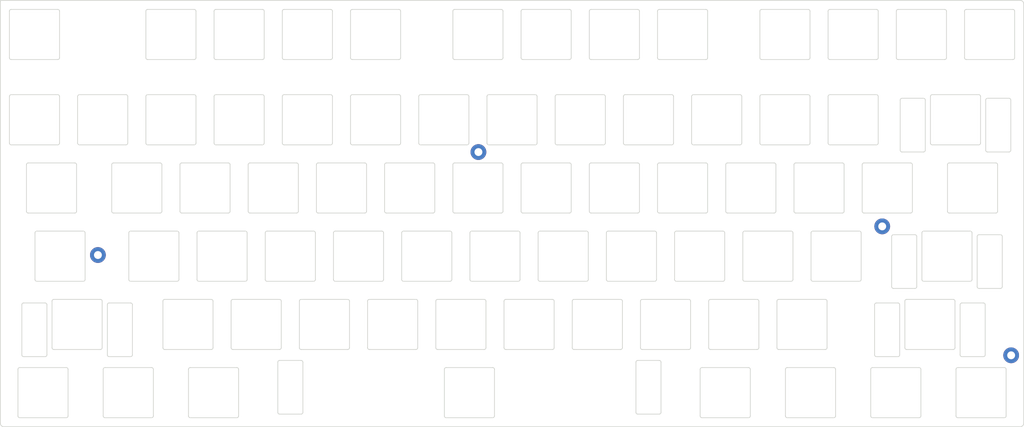
<source format=kicad_pcb>
(kicad_pcb (version 20171130) (host pcbnew "(5.1.7)-1")

  (general
    (thickness 1.6)
    (drawings 680)
    (tracks 0)
    (zones 0)
    (modules 4)
    (nets 1)
  )

  (page A4)
  (layers
    (0 F.Cu signal)
    (31 B.Cu signal)
    (32 B.Adhes user hide)
    (33 F.Adhes user hide)
    (34 B.Paste user)
    (35 F.Paste user)
    (36 B.SilkS user)
    (37 F.SilkS user)
    (38 B.Mask user)
    (39 F.Mask user)
    (40 Dwgs.User user hide)
    (41 Cmts.User user hide)
    (42 Eco1.User user hide)
    (43 Eco2.User user hide)
    (44 Edge.Cuts user)
    (45 Margin user hide)
    (46 B.CrtYd user hide)
    (47 F.CrtYd user hide)
    (48 B.Fab user hide)
    (49 F.Fab user hide)
  )

  (setup
    (last_trace_width 0.25)
    (trace_clearance 0.2)
    (zone_clearance 0.508)
    (zone_45_only no)
    (trace_min 0.2)
    (via_size 0.8)
    (via_drill 0.4)
    (via_min_size 0.4)
    (via_min_drill 0.3)
    (uvia_size 0.3)
    (uvia_drill 0.1)
    (uvias_allowed no)
    (uvia_min_size 0.2)
    (uvia_min_drill 0.1)
    (edge_width 0.05)
    (segment_width 0.2)
    (pcb_text_width 0.3)
    (pcb_text_size 1.5 1.5)
    (mod_edge_width 0.12)
    (mod_text_size 1 1)
    (mod_text_width 0.15)
    (pad_size 4.4 4.4)
    (pad_drill 2.2)
    (pad_to_mask_clearance 0)
    (aux_axis_origin 0 0)
    (grid_origin 300.51 171.955)
    (visible_elements 7FFFFFFF)
    (pcbplotparams
      (layerselection 0x010fc_ffffffff)
      (usegerberextensions false)
      (usegerberattributes true)
      (usegerberadvancedattributes true)
      (creategerberjobfile true)
      (excludeedgelayer true)
      (linewidth 0.100000)
      (plotframeref false)
      (viasonmask false)
      (mode 1)
      (useauxorigin false)
      (hpglpennumber 1)
      (hpglpenspeed 20)
      (hpglpendiameter 15.000000)
      (psnegative false)
      (psa4output false)
      (plotreference true)
      (plotvalue true)
      (plotinvisibletext false)
      (padsonsilk false)
      (subtractmaskfromsilk false)
      (outputformat 1)
      (mirror false)
      (drillshape 1)
      (scaleselection 1)
      (outputdirectory ""))
  )

  (net 0 "")

  (net_class Default "This is the default net class."
    (clearance 0.2)
    (trace_width 0.25)
    (via_dia 0.8)
    (via_drill 0.4)
    (uvia_dia 0.3)
    (uvia_drill 0.1)
  )

  (module MountingHole:MountingHole_2.2mm_M2_Pad (layer F.Cu) (tedit 56D1B4CB) (tstamp 5FEF233B)
    (at 297 152)
    (descr "Mounting Hole 2.2mm, M2")
    (tags "mounting hole 2.2mm m2")
    (attr virtual)
    (fp_text reference "" (at 0 -3.2) (layer F.SilkS)
      (effects (font (size 1 1) (thickness 0.15)))
    )
    (fp_text value MountingHole_2.2mm_M2_Pad (at 0 3.2) (layer F.Fab)
      (effects (font (size 1 1) (thickness 0.15)))
    )
    (fp_circle (center 0 0) (end 2.2 0) (layer Cmts.User) (width 0.15))
    (fp_circle (center 0 0) (end 2.45 0) (layer F.CrtYd) (width 0.05))
    (fp_text user %R (at 0.3 0) (layer F.Fab)
      (effects (font (size 1 1) (thickness 0.15)))
    )
    (pad 1 thru_hole circle (at 0 0) (size 4.4 4.4) (drill 2.2) (layers *.Cu *.Mask))
  )

  (module MountingHole:MountingHole_2.2mm_M2_Pad (layer F.Cu) (tedit 56D1B4CB) (tstamp 5FEF232D)
    (at 42 124)
    (descr "Mounting Hole 2.2mm, M2")
    (tags "mounting hole 2.2mm m2")
    (attr virtual)
    (fp_text reference "" (at 0 -3.2) (layer F.SilkS)
      (effects (font (size 1 1) (thickness 0.15)))
    )
    (fp_text value MountingHole_2.2mm_M2_Pad (at 0 3.2) (layer F.Fab)
      (effects (font (size 1 1) (thickness 0.15)))
    )
    (fp_circle (center 0 0) (end 2.45 0) (layer F.CrtYd) (width 0.05))
    (fp_circle (center 0 0) (end 2.2 0) (layer Cmts.User) (width 0.15))
    (fp_text user %R (at 0.3 0) (layer F.Fab)
      (effects (font (size 1 1) (thickness 0.15)))
    )
    (pad 1 thru_hole circle (at 0 0) (size 4.4 4.4) (drill 2.2) (layers *.Cu *.Mask))
  )

  (module MountingHole:MountingHole_2.2mm_M2_Pad (layer F.Cu) (tedit 56D1B4CB) (tstamp 5FEF231F)
    (at 261 116)
    (descr "Mounting Hole 2.2mm, M2")
    (tags "mounting hole 2.2mm m2")
    (attr virtual)
    (fp_text reference "" (at 0 -3.2) (layer F.SilkS)
      (effects (font (size 1 1) (thickness 0.15)))
    )
    (fp_text value MountingHole_2.2mm_M2_Pad (at 0 3.2) (layer F.Fab)
      (effects (font (size 1 1) (thickness 0.15)))
    )
    (fp_circle (center 0 0) (end 2.2 0) (layer Cmts.User) (width 0.15))
    (fp_circle (center 0 0) (end 2.45 0) (layer F.CrtYd) (width 0.05))
    (fp_text user %R (at 0.3 0) (layer F.Fab)
      (effects (font (size 1 1) (thickness 0.15)))
    )
    (pad 1 thru_hole circle (at 0 0) (size 4.4 4.4) (drill 2.2) (layers *.Cu *.Mask))
  )

  (module MountingHole:MountingHole_2.2mm_M2_Pad (layer F.Cu) (tedit 56D1B4CB) (tstamp 5FEF1A33)
    (at 148.25 95.25)
    (descr "Mounting Hole 2.2mm, M2")
    (tags "mounting hole 2.2mm m2")
    (attr virtual)
    (fp_text reference "" (at 0 -3.2) (layer F.SilkS)
      (effects (font (size 1 1) (thickness 0.15)))
    )
    (fp_text value MountingHole_2.2mm_M2_Pad (at 0 3.2) (layer F.Fab)
      (effects (font (size 1 1) (thickness 0.15)))
    )
    (fp_circle (center 0 0) (end 2.45 0) (layer F.CrtYd) (width 0.05))
    (fp_circle (center 0 0) (end 2.2 0) (layer Cmts.User) (width 0.15))
    (fp_text user %R (at 0.3 0) (layer F.Fab)
      (effects (font (size 1 1) (thickness 0.15)))
    )
    (pad 1 thru_hole circle (at 0 0) (size 4.4 4.4) (drill 2.2) (layers *.Cu *.Mask))
  )

  (gr_arc (start 14.96 53.0925) (end 14.96 52.8925) (angle -90) (layer Edge.Cuts) (width 0.2))
  (gr_arc (start 15.76 170.955) (end 14.760001 171.004999) (angle -87.1) (layer Edge.Cuts) (width 0.2))
  (gr_arc (start 299.51 53.8925) (end 300.511951 53.8925) (angle -90) (layer Edge.Cuts) (width 0.2))
  (gr_arc (start 299.51 170.955) (end 299.51 171.955) (angle -90) (layer Edge.Cuts) (width 0.2))
  (gr_line (start 103.01 98.78) (end 103.01 111.78) (layer Edge.Cuts) (width 0.2))
  (gr_line (start 117.01 98.78) (end 117.01 111.78) (layer Edge.Cuts) (width 0.2))
  (gr_arc (start 160.66 98.78) (end 160.66 98.28) (angle -90) (layer Edge.Cuts) (width 0.2))
  (gr_arc (start 211.76 98.78) (end 212.26 98.78) (angle -90) (layer Edge.Cuts) (width 0.2))
  (gr_arc (start 65.41 111.78) (end 64.91 111.78) (angle -90) (layer Edge.Cuts) (width 0.2))
  (gr_arc (start 198.76 98.78) (end 198.76 98.28) (angle -90) (layer Edge.Cuts) (width 0.2))
  (gr_line (start 212.26 98.78) (end 212.26 111.78) (layer Edge.Cuts) (width 0.2))
  (gr_line (start 160.66 112.28) (end 173.66 112.28) (layer Edge.Cuts) (width 0.2))
  (gr_line (start 160.66 98.28) (end 173.66 98.28) (layer Edge.Cuts) (width 0.2))
  (gr_arc (start 141.61 98.78) (end 141.61 98.28) (angle -90) (layer Edge.Cuts) (width 0.2))
  (gr_arc (start 97.46 111.78) (end 97.46 112.28) (angle -90) (layer Edge.Cuts) (width 0.2))
  (gr_arc (start 116.51 111.78) (end 116.51 112.28) (angle -90) (layer Edge.Cuts) (width 0.2))
  (gr_line (start 198.26 98.78) (end 198.26 111.78) (layer Edge.Cuts) (width 0.2))
  (gr_line (start 97.96 98.78) (end 97.96 111.78) (layer Edge.Cuts) (width 0.2))
  (gr_arc (start 154.61 98.78) (end 155.11 98.78) (angle -90) (layer Edge.Cuts) (width 0.2))
  (gr_line (start 155.11 98.78) (end 155.11 111.78) (layer Edge.Cuts) (width 0.2))
  (gr_arc (start 179.71 98.78) (end 179.71 98.28) (angle -90) (layer Edge.Cuts) (width 0.2))
  (gr_arc (start 135.56 111.78) (end 135.56 112.28) (angle -90) (layer Edge.Cuts) (width 0.2))
  (gr_line (start 198.76 112.28) (end 211.76 112.28) (layer Edge.Cuts) (width 0.2))
  (gr_line (start 141.61 112.28) (end 154.61 112.28) (layer Edge.Cuts) (width 0.2))
  (gr_line (start 198.76 98.28) (end 211.76 98.28) (layer Edge.Cuts) (width 0.2))
  (gr_arc (start 192.71 98.78) (end 193.21 98.78) (angle -90) (layer Edge.Cuts) (width 0.2))
  (gr_line (start 141.61 98.28) (end 154.61 98.28) (layer Edge.Cuts) (width 0.2))
  (gr_line (start 136.06 98.78) (end 136.06 111.78) (layer Edge.Cuts) (width 0.2))
  (gr_arc (start 116.51 98.78) (end 117.01 98.78) (angle -90) (layer Edge.Cuts) (width 0.2))
  (gr_line (start 103.51 112.28) (end 116.51 112.28) (layer Edge.Cuts) (width 0.2))
  (gr_line (start 193.21 98.78) (end 193.21 111.78) (layer Edge.Cuts) (width 0.2))
  (gr_line (start 103.51 98.28) (end 116.51 98.28) (layer Edge.Cuts) (width 0.2))
  (gr_line (start 179.21 98.78) (end 179.21 111.78) (layer Edge.Cuts) (width 0.2))
  (gr_line (start 179.71 112.28) (end 192.71 112.28) (layer Edge.Cuts) (width 0.2))
  (gr_arc (start 154.61 111.78) (end 154.61 112.28) (angle -90) (layer Edge.Cuts) (width 0.2))
  (gr_arc (start 122.56 98.78) (end 122.56 98.28) (angle -90) (layer Edge.Cuts) (width 0.2))
  (gr_line (start 84.46 112.28) (end 97.46 112.28) (layer Edge.Cuts) (width 0.2))
  (gr_arc (start 122.56 111.78) (end 122.06 111.78) (angle -90) (layer Edge.Cuts) (width 0.2))
  (gr_line (start 122.56 112.28) (end 135.56 112.28) (layer Edge.Cuts) (width 0.2))
  (gr_arc (start 141.61 111.78) (end 141.11 111.78) (angle -90) (layer Edge.Cuts) (width 0.2))
  (gr_line (start 141.11 98.78) (end 141.11 111.78) (layer Edge.Cuts) (width 0.2))
  (gr_arc (start 103.51 98.78) (end 103.51 98.28) (angle -90) (layer Edge.Cuts) (width 0.2))
  (gr_arc (start 84.46 98.78) (end 84.46 98.28) (angle -90) (layer Edge.Cuts) (width 0.2))
  (gr_arc (start 179.71 111.78) (end 179.21 111.78) (angle -90) (layer Edge.Cuts) (width 0.2))
  (gr_arc (start 135.56 98.78) (end 136.06 98.78) (angle -90) (layer Edge.Cuts) (width 0.2))
  (gr_line (start 174.16 98.78) (end 174.16 111.78) (layer Edge.Cuts) (width 0.2))
  (gr_arc (start 97.46 98.78) (end 97.96 98.78) (angle -90) (layer Edge.Cuts) (width 0.2))
  (gr_arc (start 160.66 111.78) (end 160.16 111.78) (angle -90) (layer Edge.Cuts) (width 0.2))
  (gr_line (start 83.96 98.78) (end 83.96 111.78) (layer Edge.Cuts) (width 0.2))
  (gr_arc (start 173.66 98.78) (end 174.16 98.78) (angle -90) (layer Edge.Cuts) (width 0.2))
  (gr_line (start 160.16 98.78) (end 160.16 111.78) (layer Edge.Cuts) (width 0.2))
  (gr_arc (start 78.41 98.78) (end 78.91 98.78) (angle -90) (layer Edge.Cuts) (width 0.2))
  (gr_arc (start 192.71 111.78) (end 192.71 112.28) (angle -90) (layer Edge.Cuts) (width 0.2))
  (gr_line (start 179.71 98.28) (end 192.71 98.28) (layer Edge.Cuts) (width 0.2))
  (gr_arc (start 173.66 111.78) (end 173.66 112.28) (angle -90) (layer Edge.Cuts) (width 0.2))
  (gr_arc (start 103.51 111.78) (end 103.01 111.78) (angle -90) (layer Edge.Cuts) (width 0.2))
  (gr_line (start 122.56 98.28) (end 135.56 98.28) (layer Edge.Cuts) (width 0.2))
  (gr_line (start 122.06 98.78) (end 122.06 111.78) (layer Edge.Cuts) (width 0.2))
  (gr_arc (start 84.46 111.78) (end 83.96 111.78) (angle -90) (layer Edge.Cuts) (width 0.2))
  (gr_arc (start 78.41 111.78) (end 78.41 112.28) (angle -90) (layer Edge.Cuts) (width 0.2))
  (gr_line (start 84.46 98.28) (end 97.46 98.28) (layer Edge.Cuts) (width 0.2))
  (gr_line (start 227.335 93.23) (end 240.335 93.23) (layer Edge.Cuts) (width 0.2))
  (gr_line (start 266.522 95.23) (end 272.522 95.23) (layer Edge.Cuts) (width 0.2))
  (gr_arc (start 221.285 92.73) (end 221.285 93.23) (angle -90) (layer Edge.Cuts) (width 0.2))
  (gr_arc (start 65.41 98.78) (end 65.41 98.28) (angle -90) (layer Edge.Cuts) (width 0.2))
  (gr_line (start 78.91 98.78) (end 78.91 111.78) (layer Edge.Cuts) (width 0.2))
  (gr_line (start 259.885 79.73) (end 259.885 92.73) (layer Edge.Cuts) (width 0.2))
  (gr_line (start 246.385 93.23) (end 259.385 93.23) (layer Edge.Cuts) (width 0.2))
  (gr_line (start 64.91 98.78) (end 64.91 111.78) (layer Edge.Cuts) (width 0.2))
  (gr_line (start 296.898 80.73) (end 296.898 94.73) (layer Edge.Cuts) (width 0.2))
  (gr_line (start 288.46 79.73) (end 288.46 92.73) (layer Edge.Cuts) (width 0.2))
  (gr_line (start 22.0475 98.78) (end 22.0475 111.78) (layer Edge.Cuts) (width 0.2))
  (gr_arc (start 59.36 111.78) (end 59.36 112.28) (angle -90) (layer Edge.Cuts) (width 0.2))
  (gr_line (start 46.36 112.28) (end 59.36 112.28) (layer Edge.Cuts) (width 0.2))
  (gr_arc (start 46.36 98.78) (end 46.36 98.28) (angle -90) (layer Edge.Cuts) (width 0.2))
  (gr_line (start 22.5475 98.28) (end 35.5475 98.28) (layer Edge.Cuts) (width 0.2))
  (gr_line (start 273.022 80.73) (end 273.022 94.73) (layer Edge.Cuts) (width 0.2))
  (gr_arc (start 259.385 92.73) (end 259.385 93.23) (angle -90) (layer Edge.Cuts) (width 0.2))
  (gr_arc (start 296.398 94.73) (end 296.398 95.23) (angle -90) (layer Edge.Cuts) (width 0.2))
  (gr_arc (start 287.96 92.73) (end 287.96 93.23) (angle -90) (layer Edge.Cuts) (width 0.2))
  (gr_arc (start 227.335 92.73) (end 226.835 92.73) (angle -90) (layer Edge.Cuts) (width 0.2))
  (gr_line (start 246.385 79.23) (end 259.385 79.23) (layer Edge.Cuts) (width 0.2))
  (gr_arc (start 246.385 92.73) (end 245.885 92.73) (angle -90) (layer Edge.Cuts) (width 0.2))
  (gr_line (start 274.96 79.23) (end 287.96 79.23) (layer Edge.Cuts) (width 0.2))
  (gr_arc (start 221.285 79.73) (end 221.785 79.73) (angle -90) (layer Edge.Cuts) (width 0.2))
  (gr_arc (start 290.398 80.73) (end 290.398 80.23) (angle -90) (layer Edge.Cuts) (width 0.2))
  (gr_line (start 36.0475 98.78) (end 36.0475 111.78) (layer Edge.Cuts) (width 0.2))
  (gr_arc (start 274.96 79.73) (end 274.96 79.23) (angle -90) (layer Edge.Cuts) (width 0.2))
  (gr_line (start 65.41 98.28) (end 78.41 98.28) (layer Edge.Cuts) (width 0.2))
  (gr_arc (start 59.36 98.78) (end 59.86 98.78) (angle -90) (layer Edge.Cuts) (width 0.2))
  (gr_line (start 45.86 98.78) (end 45.86 111.78) (layer Edge.Cuts) (width 0.2))
  (gr_line (start 266.522 80.23) (end 272.522 80.23) (layer Edge.Cuts) (width 0.2))
  (gr_arc (start 35.5475 111.78) (end 35.5475 112.28) (angle -90) (layer Edge.Cuts) (width 0.2))
  (gr_arc (start 22.5475 111.78) (end 22.0475 111.78) (angle -90) (layer Edge.Cuts) (width 0.2))
  (gr_arc (start 240.335 92.73) (end 240.335 93.23) (angle -90) (layer Edge.Cuts) (width 0.2))
  (gr_arc (start 246.385 79.73) (end 246.385 79.23) (angle -90) (layer Edge.Cuts) (width 0.2))
  (gr_arc (start 22.5475 98.78) (end 22.5475 98.28) (angle -90) (layer Edge.Cuts) (width 0.2))
  (gr_arc (start 208.285 92.73) (end 207.785 92.73) (angle -90) (layer Edge.Cuts) (width 0.2))
  (gr_line (start 22.5475 112.28) (end 35.5475 112.28) (layer Edge.Cuts) (width 0.2))
  (gr_line (start 226.835 79.73) (end 226.835 92.73) (layer Edge.Cuts) (width 0.2))
  (gr_arc (start 272.522 94.73) (end 272.522 95.23) (angle -90) (layer Edge.Cuts) (width 0.2))
  (gr_arc (start 266.522 94.73) (end 266.022 94.73) (angle -90) (layer Edge.Cuts) (width 0.2))
  (gr_arc (start 296.398 80.73) (end 296.898 80.73) (angle -90) (layer Edge.Cuts) (width 0.2))
  (gr_line (start 274.96 93.23) (end 287.96 93.23) (layer Edge.Cuts) (width 0.2))
  (gr_line (start 290.398 80.23) (end 296.398 80.23) (layer Edge.Cuts) (width 0.2))
  (gr_arc (start 290.398 94.73) (end 289.898 94.73) (angle -90) (layer Edge.Cuts) (width 0.2))
  (gr_arc (start 287.96 79.73) (end 288.46 79.73) (angle -90) (layer Edge.Cuts) (width 0.2))
  (gr_line (start 227.335 79.23) (end 240.335 79.23) (layer Edge.Cuts) (width 0.2))
  (gr_arc (start 266.522 80.73) (end 266.522 80.23) (angle -90) (layer Edge.Cuts) (width 0.2))
  (gr_line (start 290.398 95.23) (end 296.398 95.23) (layer Edge.Cuts) (width 0.2))
  (gr_line (start 274.46 79.73) (end 274.46 92.73) (layer Edge.Cuts) (width 0.2))
  (gr_line (start 240.835 79.73) (end 240.835 92.73) (layer Edge.Cuts) (width 0.2))
  (gr_line (start 65.41 112.28) (end 78.41 112.28) (layer Edge.Cuts) (width 0.2))
  (gr_line (start 266.022 80.73) (end 266.022 94.73) (layer Edge.Cuts) (width 0.2))
  (gr_arc (start 272.522 80.73) (end 273.022 80.73) (angle -90) (layer Edge.Cuts) (width 0.2))
  (gr_arc (start 46.36 111.78) (end 45.86 111.78) (angle -90) (layer Edge.Cuts) (width 0.2))
  (gr_line (start 59.86 98.78) (end 59.86 111.78) (layer Edge.Cuts) (width 0.2))
  (gr_arc (start 274.96 92.73) (end 274.46 92.73) (angle -90) (layer Edge.Cuts) (width 0.2))
  (gr_arc (start 259.385 79.73) (end 259.885 79.73) (angle -90) (layer Edge.Cuts) (width 0.2))
  (gr_line (start 46.36 98.28) (end 59.36 98.28) (layer Edge.Cuts) (width 0.2))
  (gr_line (start 289.898 80.73) (end 289.898 94.73) (layer Edge.Cuts) (width 0.2))
  (gr_arc (start 227.335 79.73) (end 227.335 79.23) (angle -90) (layer Edge.Cuts) (width 0.2))
  (gr_arc (start 35.5475 98.78) (end 36.0475 98.78) (angle -90) (layer Edge.Cuts) (width 0.2))
  (gr_line (start 245.885 79.73) (end 245.885 92.73) (layer Edge.Cuts) (width 0.2))
  (gr_arc (start 240.335 79.73) (end 240.835 79.73) (angle -90) (layer Edge.Cuts) (width 0.2))
  (gr_arc (start 87.935 92.73) (end 87.935 93.23) (angle -90) (layer Edge.Cuts) (width 0.2))
  (gr_arc (start 164.135 79.73) (end 164.635 79.73) (angle -90) (layer Edge.Cuts) (width 0.2))
  (gr_arc (start 87.935 79.73) (end 88.435 79.73) (angle -90) (layer Edge.Cuts) (width 0.2))
  (gr_arc (start 145.084999 92.73) (end 145.084999 93.23) (angle -90) (layer Edge.Cuts) (width 0.2))
  (gr_line (start 188.735 79.73) (end 188.735 92.73) (layer Edge.Cuts) (width 0.2))
  (gr_line (start 113.035 93.23) (end 126.035 93.23) (layer Edge.Cuts) (width 0.2))
  (gr_arc (start 106.985 92.73) (end 106.985 93.23) (angle -90) (layer Edge.Cuts) (width 0.2))
  (gr_line (start 189.235 79.23) (end 202.235 79.23) (layer Edge.Cuts) (width 0.2))
  (gr_line (start 132.085 93.23) (end 145.084999 93.23) (layer Edge.Cuts) (width 0.2))
  (gr_arc (start 68.885 92.73) (end 68.885 93.23) (angle -90) (layer Edge.Cuts) (width 0.2))
  (gr_line (start 74.935 93.23) (end 87.935 93.23) (layer Edge.Cuts) (width 0.2))
  (gr_arc (start 55.885 92.73) (end 55.385 92.73) (angle -90) (layer Edge.Cuts) (width 0.2))
  (gr_line (start 151.135 93.23) (end 164.135 93.23) (layer Edge.Cuts) (width 0.2))
  (gr_line (start 170.185 79.23) (end 183.185 79.23) (layer Edge.Cuts) (width 0.2))
  (gr_arc (start 68.885 79.73) (end 69.385 79.73) (angle -90) (layer Edge.Cuts) (width 0.2))
  (gr_arc (start 164.135 92.73) (end 164.135 93.23) (angle -90) (layer Edge.Cuts) (width 0.2))
  (gr_arc (start 126.035 79.73) (end 126.535 79.73) (angle -90) (layer Edge.Cuts) (width 0.2))
  (gr_arc (start 145.084999 79.73) (end 145.584999 79.73) (angle -90) (layer Edge.Cuts) (width 0.2))
  (gr_arc (start 93.985 79.73) (end 93.985 79.23) (angle -90) (layer Edge.Cuts) (width 0.2))
  (gr_line (start 74.435 79.73) (end 74.435 92.73) (layer Edge.Cuts) (width 0.2))
  (gr_arc (start 93.985 92.73) (end 93.485 92.73) (angle -90) (layer Edge.Cuts) (width 0.2))
  (gr_arc (start 113.035 79.73) (end 113.035 79.23) (angle -90) (layer Edge.Cuts) (width 0.2))
  (gr_arc (start 113.035 92.73) (end 112.535 92.73) (angle -90) (layer Edge.Cuts) (width 0.2))
  (gr_line (start 88.435 79.73) (end 88.435 92.73) (layer Edge.Cuts) (width 0.2))
  (gr_line (start 207.785 79.73) (end 207.785 92.73) (layer Edge.Cuts) (width 0.2))
  (gr_line (start 74.935 79.23) (end 87.935 79.23) (layer Edge.Cuts) (width 0.2))
  (gr_line (start 131.585 79.73) (end 131.585 92.73) (layer Edge.Cuts) (width 0.2))
  (gr_arc (start 183.185 92.73) (end 183.185 93.23) (angle -90) (layer Edge.Cuts) (width 0.2))
  (gr_arc (start 208.285 79.73) (end 208.285 79.23) (angle -90) (layer Edge.Cuts) (width 0.2))
  (gr_line (start 221.785 79.73) (end 221.785 92.73) (layer Edge.Cuts) (width 0.2))
  (gr_line (start 208.285 93.23) (end 221.285 93.23) (layer Edge.Cuts) (width 0.2))
  (gr_arc (start 189.235 79.73) (end 189.235 79.23) (angle -90) (layer Edge.Cuts) (width 0.2))
  (gr_line (start 202.735 79.73) (end 202.735 92.73) (layer Edge.Cuts) (width 0.2))
  (gr_arc (start 106.985 79.73) (end 107.485 79.73) (angle -90) (layer Edge.Cuts) (width 0.2))
  (gr_line (start 112.535 79.73) (end 112.535 92.73) (layer Edge.Cuts) (width 0.2))
  (gr_line (start 208.285 79.23) (end 221.285 79.23) (layer Edge.Cuts) (width 0.2))
  (gr_arc (start 74.935 79.73) (end 74.935 79.23) (angle -90) (layer Edge.Cuts) (width 0.2))
  (gr_arc (start 202.235 92.73) (end 202.235 93.23) (angle -90) (layer Edge.Cuts) (width 0.2))
  (gr_line (start 93.985 79.23) (end 106.985 79.23) (layer Edge.Cuts) (width 0.2))
  (gr_arc (start 189.235 92.73) (end 188.735 92.73) (angle -90) (layer Edge.Cuts) (width 0.2))
  (gr_arc (start 170.185 92.73) (end 169.685 92.73) (angle -90) (layer Edge.Cuts) (width 0.2))
  (gr_arc (start 170.185 79.73) (end 170.185 79.23) (angle -90) (layer Edge.Cuts) (width 0.2))
  (gr_arc (start 126.035 92.73) (end 126.035 93.23) (angle -90) (layer Edge.Cuts) (width 0.2))
  (gr_arc (start 132.085 92.73) (end 131.585 92.73) (angle -90) (layer Edge.Cuts) (width 0.2))
  (gr_arc (start 151.135 92.73) (end 150.635 92.73) (angle -90) (layer Edge.Cuts) (width 0.2))
  (gr_line (start 145.584999 79.73) (end 145.584999 92.73) (layer Edge.Cuts) (width 0.2))
  (gr_arc (start 74.935 92.73) (end 74.435 92.73) (angle -90) (layer Edge.Cuts) (width 0.2))
  (gr_arc (start 151.135 79.73) (end 151.135 79.23) (angle -90) (layer Edge.Cuts) (width 0.2))
  (gr_line (start 183.685 79.73) (end 183.685 92.73) (layer Edge.Cuts) (width 0.2))
  (gr_line (start 132.085 79.23) (end 145.084999 79.23) (layer Edge.Cuts) (width 0.2))
  (gr_line (start 93.985 93.23) (end 106.985 93.23) (layer Edge.Cuts) (width 0.2))
  (gr_line (start 169.685 79.73) (end 169.685 92.73) (layer Edge.Cuts) (width 0.2))
  (gr_arc (start 202.235 79.73) (end 202.735 79.73) (angle -90) (layer Edge.Cuts) (width 0.2))
  (gr_line (start 189.235 93.23) (end 202.235 93.23) (layer Edge.Cuts) (width 0.2))
  (gr_line (start 164.635 79.73) (end 164.635 92.73) (layer Edge.Cuts) (width 0.2))
  (gr_line (start 151.135 79.23) (end 164.135 79.23) (layer Edge.Cuts) (width 0.2))
  (gr_arc (start 132.085 79.73) (end 132.085 79.23) (angle -90) (layer Edge.Cuts) (width 0.2))
  (gr_line (start 126.535 79.73) (end 126.535 92.73) (layer Edge.Cuts) (width 0.2))
  (gr_line (start 150.635 79.73) (end 150.635 92.73) (layer Edge.Cuts) (width 0.2))
  (gr_arc (start 183.185 79.73) (end 183.685 79.73) (angle -90) (layer Edge.Cuts) (width 0.2))
  (gr_line (start 93.485 79.73) (end 93.485 92.73) (layer Edge.Cuts) (width 0.2))
  (gr_line (start 170.185 93.23) (end 183.185 93.23) (layer Edge.Cuts) (width 0.2))
  (gr_line (start 113.035 79.23) (end 126.035 79.23) (layer Edge.Cuts) (width 0.2))
  (gr_line (start 107.485 79.73) (end 107.485 92.73) (layer Edge.Cuts) (width 0.2))
  (gr_arc (start 79.6975 149.88) (end 79.1975 149.88) (angle -90) (layer Edge.Cuts) (width 0.2))
  (gr_arc (start 294.01675 132.83) (end 294.01675 133.33) (angle -90) (layer Edge.Cuts) (width 0.2))
  (gr_line (start 44.62925 137.88) (end 44.62925 151.88) (layer Edge.Cuts) (width 0.2))
  (gr_arc (start 29.69125 136.88) (end 29.69125 136.38) (angle -90) (layer Edge.Cuts) (width 0.2))
  (gr_arc (start 285.57875 130.83) (end 285.57875 131.33) (angle -90) (layer Edge.Cuts) (width 0.2))
  (gr_line (start 79.6975 136.38) (end 92.6975 136.38) (layer Edge.Cuts) (width 0.2))
  (gr_line (start 288.01675 118.33) (end 294.01675 118.33) (layer Edge.Cuts) (width 0.2))
  (gr_arc (start 60.6475 149.88) (end 60.1475 149.88) (angle -90) (layer Edge.Cuts) (width 0.2))
  (gr_arc (start 73.6475 136.88) (end 74.1475 136.88) (angle -90) (layer Edge.Cuts) (width 0.2))
  (gr_arc (start 60.6475 136.88) (end 60.6475 136.38) (angle -90) (layer Edge.Cuts) (width 0.2))
  (gr_line (start 74.1475 136.88) (end 74.1475 149.88) (layer Edge.Cuts) (width 0.2))
  (gr_line (start 60.1475 136.88) (end 60.1475 149.88) (layer Edge.Cuts) (width 0.2))
  (gr_arc (start 27.25325 151.88) (end 27.25325 152.38) (angle -90) (layer Edge.Cuts) (width 0.2))
  (gr_arc (start 29.69125 149.88) (end 29.19125 149.88) (angle -90) (layer Edge.Cuts) (width 0.2))
  (gr_arc (start 27.25325 137.88) (end 27.75325 137.88) (angle -90) (layer Edge.Cuts) (width 0.2))
  (gr_arc (start 272.57875 117.83) (end 272.57875 117.33) (angle -90) (layer Edge.Cuts) (width 0.2))
  (gr_line (start 29.69125 150.38) (end 42.69125 150.38) (layer Edge.Cuts) (width 0.2))
  (gr_arc (start 288.01675 118.83) (end 288.01675 118.33) (angle -90) (layer Edge.Cuts) (width 0.2))
  (gr_line (start 272.57875 117.33) (end 285.57875 117.33) (layer Edge.Cuts) (width 0.2))
  (gr_arc (start 51.12925 137.88) (end 51.62925 137.88) (angle -90) (layer Edge.Cuts) (width 0.2))
  (gr_arc (start 45.12925 137.88) (end 45.12925 137.38) (angle -90) (layer Edge.Cuts) (width 0.2))
  (gr_arc (start 92.6975 136.88) (end 93.1975 136.88) (angle -90) (layer Edge.Cuts) (width 0.2))
  (gr_line (start 79.1975 136.88) (end 79.1975 149.88) (layer Edge.Cuts) (width 0.2))
  (gr_arc (start 73.6475 149.88) (end 73.6475 150.38) (angle -90) (layer Edge.Cuts) (width 0.2))
  (gr_line (start 29.19125 136.88) (end 29.19125 149.88) (layer Edge.Cuts) (width 0.2))
  (gr_line (start 29.69125 136.38) (end 42.69125 136.38) (layer Edge.Cuts) (width 0.2))
  (gr_arc (start 264.14075 118.83) (end 264.14075 118.33) (angle -90) (layer Edge.Cuts) (width 0.2))
  (gr_line (start 60.6475 136.38) (end 73.6475 136.38) (layer Edge.Cuts) (width 0.2))
  (gr_arc (start 21.25325 137.88) (end 21.25325 137.38) (angle -90) (layer Edge.Cuts) (width 0.2))
  (gr_arc (start 264.14075 132.83) (end 263.64075 132.83) (angle -90) (layer Edge.Cuts) (width 0.2))
  (gr_arc (start 270.14075 118.83) (end 270.64075 118.83) (angle -90) (layer Edge.Cuts) (width 0.2))
  (gr_line (start 264.14075 118.33) (end 270.14075 118.33) (layer Edge.Cuts) (width 0.2))
  (gr_line (start 287.51675 118.83) (end 287.51675 132.83) (layer Edge.Cuts) (width 0.2))
  (gr_arc (start 272.57875 130.83) (end 272.07875 130.83) (angle -90) (layer Edge.Cuts) (width 0.2))
  (gr_arc (start 285.57875 117.83) (end 286.07875 117.83) (angle -90) (layer Edge.Cuts) (width 0.2))
  (gr_line (start 60.6475 150.38) (end 73.6475 150.38) (layer Edge.Cuts) (width 0.2))
  (gr_line (start 93.1975 136.88) (end 93.1975 149.88) (layer Edge.Cuts) (width 0.2))
  (gr_line (start 27.75325 137.88) (end 27.75325 151.88) (layer Edge.Cuts) (width 0.2))
  (gr_line (start 21.25325 152.38) (end 27.25325 152.38) (layer Edge.Cuts) (width 0.2))
  (gr_arc (start 241.6225 130.83) (end 241.1225 130.83) (angle -90) (layer Edge.Cuts) (width 0.2))
  (gr_line (start 51.62925 137.88) (end 51.62925 151.88) (layer Edge.Cuts) (width 0.2))
  (gr_line (start 45.12925 152.38) (end 51.12925 152.38) (layer Edge.Cuts) (width 0.2))
  (gr_arc (start 288.01675 132.83) (end 287.51675 132.83) (angle -90) (layer Edge.Cuts) (width 0.2))
  (gr_line (start 270.64075 118.83) (end 270.64075 132.83) (layer Edge.Cuts) (width 0.2))
  (gr_line (start 264.14075 133.33) (end 270.14075 133.33) (layer Edge.Cuts) (width 0.2))
  (gr_line (start 43.19125 136.88) (end 43.19125 149.88) (layer Edge.Cuts) (width 0.2))
  (gr_line (start 272.57875 131.33) (end 285.57875 131.33) (layer Edge.Cuts) (width 0.2))
  (gr_line (start 288.01675 133.33) (end 294.01675 133.33) (layer Edge.Cuts) (width 0.2))
  (gr_arc (start 270.14075 132.83) (end 270.14075 133.33) (angle -90) (layer Edge.Cuts) (width 0.2))
  (gr_line (start 21.25325 137.38) (end 27.25325 137.38) (layer Edge.Cuts) (width 0.2))
  (gr_line (start 272.07875 117.83) (end 272.07875 130.83) (layer Edge.Cuts) (width 0.2))
  (gr_arc (start 51.12925 151.88) (end 51.12925 152.38) (angle -90) (layer Edge.Cuts) (width 0.2))
  (gr_arc (start 254.6225 130.83) (end 254.6225 131.33) (angle -90) (layer Edge.Cuts) (width 0.2))
  (gr_line (start 263.64075 118.83) (end 263.64075 132.83) (layer Edge.Cuts) (width 0.2))
  (gr_arc (start 79.6975 136.88) (end 79.6975 136.38) (angle -90) (layer Edge.Cuts) (width 0.2))
  (gr_line (start 79.6975 150.38) (end 92.6975 150.38) (layer Edge.Cuts) (width 0.2))
  (gr_line (start 45.12925 137.38) (end 51.12925 137.38) (layer Edge.Cuts) (width 0.2))
  (gr_arc (start 42.69125 136.88) (end 43.19125 136.88) (angle -90) (layer Edge.Cuts) (width 0.2))
  (gr_arc (start 21.25325 151.88) (end 20.75325 151.88) (angle -90) (layer Edge.Cuts) (width 0.2))
  (gr_arc (start 42.69125 149.88) (end 42.69125 150.38) (angle -90) (layer Edge.Cuts) (width 0.2))
  (gr_line (start 20.75325 137.88) (end 20.75325 151.88) (layer Edge.Cuts) (width 0.2))
  (gr_arc (start 294.01675 118.83) (end 294.51675 118.83) (angle -90) (layer Edge.Cuts) (width 0.2))
  (gr_line (start 294.51675 118.83) (end 294.51675 132.83) (layer Edge.Cuts) (width 0.2))
  (gr_arc (start 45.12925 151.88) (end 44.62925 151.88) (angle -90) (layer Edge.Cuts) (width 0.2))
  (gr_line (start 286.07875 117.83) (end 286.07875 130.83) (layer Edge.Cuts) (width 0.2))
  (gr_arc (start 178.4225 117.83) (end 178.9225 117.83) (angle -90) (layer Edge.Cuts) (width 0.2))
  (gr_arc (start 140.3225 130.83) (end 140.3225 131.33) (angle -90) (layer Edge.Cuts) (width 0.2))
  (gr_line (start 121.7725 117.83) (end 121.7725 130.83) (layer Edge.Cuts) (width 0.2))
  (gr_line (start 241.6225 117.33) (end 254.6225 117.33) (layer Edge.Cuts) (width 0.2))
  (gr_arc (start 235.5725 130.83) (end 235.5725 131.33) (angle -90) (layer Edge.Cuts) (width 0.2))
  (gr_arc (start 203.5225 130.83) (end 203.0225 130.83) (angle -90) (layer Edge.Cuts) (width 0.2))
  (gr_arc (start 197.4725 130.83) (end 197.4725 131.33) (angle -90) (layer Edge.Cuts) (width 0.2))
  (gr_arc (start 184.4725 117.83) (end 184.4725 117.33) (angle -90) (layer Edge.Cuts) (width 0.2))
  (gr_line (start 165.4225 131.33) (end 178.4225 131.33) (layer Edge.Cuts) (width 0.2))
  (gr_arc (start 159.3725 130.83) (end 159.3725 131.33) (angle -90) (layer Edge.Cuts) (width 0.2))
  (gr_arc (start 146.3725 117.83) (end 146.3725 117.33) (angle -90) (layer Edge.Cuts) (width 0.2))
  (gr_arc (start 146.3725 130.83) (end 145.8725 130.83) (angle -90) (layer Edge.Cuts) (width 0.2))
  (gr_arc (start 102.2225 130.83) (end 102.2225 131.33) (angle -90) (layer Edge.Cuts) (width 0.2))
  (gr_line (start 164.9225 117.83) (end 164.9225 130.83) (layer Edge.Cuts) (width 0.2))
  (gr_arc (start 159.3725 117.83) (end 159.8725 117.83) (angle -90) (layer Edge.Cuts) (width 0.2))
  (gr_line (start 159.8725 117.83) (end 159.8725 130.83) (layer Edge.Cuts) (width 0.2))
  (gr_line (start 146.3725 117.33) (end 159.3725 117.33) (layer Edge.Cuts) (width 0.2))
  (gr_arc (start 127.3225 130.83) (end 126.8225 130.83) (angle -90) (layer Edge.Cuts) (width 0.2))
  (gr_arc (start 108.2725 130.83) (end 107.7725 130.83) (angle -90) (layer Edge.Cuts) (width 0.2))
  (gr_arc (start 121.2725 117.83) (end 121.7725 117.83) (angle -90) (layer Edge.Cuts) (width 0.2))
  (gr_arc (start 184.4725 130.83) (end 183.9725 130.83) (angle -90) (layer Edge.Cuts) (width 0.2))
  (gr_arc (start 222.5725 117.83) (end 222.5725 117.33) (angle -90) (layer Edge.Cuts) (width 0.2))
  (gr_line (start 222.5725 131.33) (end 235.5725 131.33) (layer Edge.Cuts) (width 0.2))
  (gr_line (start 178.9225 117.83) (end 178.9225 130.83) (layer Edge.Cuts) (width 0.2))
  (gr_arc (start 254.6225 117.83) (end 255.1225 117.83) (angle -90) (layer Edge.Cuts) (width 0.2))
  (gr_line (start 165.4225 117.33) (end 178.4225 117.33) (layer Edge.Cuts) (width 0.2))
  (gr_line (start 203.5225 117.33) (end 216.5225 117.33) (layer Edge.Cuts) (width 0.2))
  (gr_arc (start 140.3225 117.83) (end 140.8225 117.83) (angle -90) (layer Edge.Cuts) (width 0.2))
  (gr_arc (start 241.6225 117.83) (end 241.6225 117.33) (angle -90) (layer Edge.Cuts) (width 0.2))
  (gr_line (start 255.1225 117.83) (end 255.1225 130.83) (layer Edge.Cuts) (width 0.2))
  (gr_line (start 241.1225 117.83) (end 241.1225 130.83) (layer Edge.Cuts) (width 0.2))
  (gr_arc (start 235.5725 117.83) (end 236.0725 117.83) (angle -90) (layer Edge.Cuts) (width 0.2))
  (gr_arc (start 197.4725 117.83) (end 197.9725 117.83) (angle -90) (layer Edge.Cuts) (width 0.2))
  (gr_line (start 146.3725 131.33) (end 159.3725 131.33) (layer Edge.Cuts) (width 0.2))
  (gr_line (start 145.8725 117.83) (end 145.8725 130.83) (layer Edge.Cuts) (width 0.2))
  (gr_line (start 241.6225 131.33) (end 254.6225 131.33) (layer Edge.Cuts) (width 0.2))
  (gr_arc (start 165.4225 117.83) (end 165.4225 117.33) (angle -90) (layer Edge.Cuts) (width 0.2))
  (gr_arc (start 216.5225 130.83) (end 216.5225 131.33) (angle -90) (layer Edge.Cuts) (width 0.2))
  (gr_line (start 184.4725 117.33) (end 197.4725 117.33) (layer Edge.Cuts) (width 0.2))
  (gr_line (start 217.0225 117.83) (end 217.0225 130.83) (layer Edge.Cuts) (width 0.2))
  (gr_line (start 203.5225 131.33) (end 216.5225 131.33) (layer Edge.Cuts) (width 0.2))
  (gr_arc (start 203.5225 117.83) (end 203.5225 117.33) (angle -90) (layer Edge.Cuts) (width 0.2))
  (gr_arc (start 127.3225 117.83) (end 127.3225 117.33) (angle -90) (layer Edge.Cuts) (width 0.2))
  (gr_line (start 126.8225 117.83) (end 126.8225 130.83) (layer Edge.Cuts) (width 0.2))
  (gr_arc (start 108.2725 117.83) (end 108.2725 117.33) (angle -90) (layer Edge.Cuts) (width 0.2))
  (gr_arc (start 222.5725 130.83) (end 222.0725 130.83) (angle -90) (layer Edge.Cuts) (width 0.2))
  (gr_arc (start 165.4225 130.83) (end 164.9225 130.83) (angle -90) (layer Edge.Cuts) (width 0.2))
  (gr_line (start 107.7725 117.83) (end 107.7725 130.83) (layer Edge.Cuts) (width 0.2))
  (gr_line (start 222.0725 117.83) (end 222.0725 130.83) (layer Edge.Cuts) (width 0.2))
  (gr_line (start 127.3225 131.33) (end 140.3225 131.33) (layer Edge.Cuts) (width 0.2))
  (gr_line (start 184.4725 131.33) (end 197.4725 131.33) (layer Edge.Cuts) (width 0.2))
  (gr_line (start 127.3225 117.33) (end 140.3225 117.33) (layer Edge.Cuts) (width 0.2))
  (gr_line (start 236.0725 117.83) (end 236.0725 130.83) (layer Edge.Cuts) (width 0.2))
  (gr_line (start 222.5725 117.33) (end 235.5725 117.33) (layer Edge.Cuts) (width 0.2))
  (gr_arc (start 216.5225 117.83) (end 217.0225 117.83) (angle -90) (layer Edge.Cuts) (width 0.2))
  (gr_line (start 108.2725 131.33) (end 121.2725 131.33) (layer Edge.Cuts) (width 0.2))
  (gr_arc (start 89.2225 130.83) (end 88.7225 130.83) (angle -90) (layer Edge.Cuts) (width 0.2))
  (gr_line (start 203.0225 117.83) (end 203.0225 130.83) (layer Edge.Cuts) (width 0.2))
  (gr_line (start 108.2725 117.33) (end 121.2725 117.33) (layer Edge.Cuts) (width 0.2))
  (gr_line (start 183.9725 117.83) (end 183.9725 130.83) (layer Edge.Cuts) (width 0.2))
  (gr_line (start 140.8225 117.83) (end 140.8225 130.83) (layer Edge.Cuts) (width 0.2))
  (gr_line (start 197.9725 117.83) (end 197.9725 130.83) (layer Edge.Cuts) (width 0.2))
  (gr_arc (start 121.2725 130.83) (end 121.2725 131.33) (angle -90) (layer Edge.Cuts) (width 0.2))
  (gr_arc (start 178.4225 130.83) (end 178.4225 131.33) (angle -90) (layer Edge.Cuts) (width 0.2))
  (gr_line (start 70.1725 117.33) (end 83.1725 117.33) (layer Edge.Cuts) (width 0.2))
  (gr_arc (start 102.2225 117.83) (end 102.7225 117.83) (angle -90) (layer Edge.Cuts) (width 0.2))
  (gr_arc (start 211.76 111.78) (end 211.76 112.28) (angle -90) (layer Edge.Cuts) (width 0.2))
  (gr_line (start 51.1225 117.33) (end 64.1225 117.33) (layer Edge.Cuts) (width 0.2))
  (gr_line (start 51.1225 131.33) (end 64.1225 131.33) (layer Edge.Cuts) (width 0.2))
  (gr_arc (start 279.722499 98.78) (end 279.722499 98.28) (angle -90) (layer Edge.Cuts) (width 0.2))
  (gr_arc (start 89.2225 117.83) (end 89.2225 117.33) (angle -90) (layer Edge.Cuts) (width 0.2))
  (gr_line (start 102.7225 117.83) (end 102.7225 130.83) (layer Edge.Cuts) (width 0.2))
  (gr_line (start 279.222499 98.78) (end 279.222499 111.78) (layer Edge.Cuts) (width 0.2))
  (gr_line (start 279.722499 98.28) (end 292.7225 98.28) (layer Edge.Cuts) (width 0.2))
  (gr_line (start 236.86 98.28) (end 249.86 98.28) (layer Edge.Cuts) (width 0.2))
  (gr_line (start 279.722499 112.28) (end 292.7225 112.28) (layer Edge.Cuts) (width 0.2))
  (gr_arc (start 249.86 111.78) (end 249.86 112.28) (angle -90) (layer Edge.Cuts) (width 0.2))
  (gr_line (start 88.7225 117.83) (end 88.7225 130.83) (layer Edge.Cuts) (width 0.2))
  (gr_arc (start 37.92875 117.83) (end 38.42875 117.83) (angle -90) (layer Edge.Cuts) (width 0.2))
  (gr_arc (start 217.81 111.78) (end 217.31 111.78) (angle -90) (layer Edge.Cuts) (width 0.2))
  (gr_arc (start 64.1225 117.83) (end 64.6225 117.83) (angle -90) (layer Edge.Cuts) (width 0.2))
  (gr_line (start 24.92875 131.33) (end 37.92875 131.33) (layer Edge.Cuts) (width 0.2))
  (gr_line (start 89.2225 131.33) (end 102.2225 131.33) (layer Edge.Cuts) (width 0.2))
  (gr_line (start 89.2225 117.33) (end 102.2225 117.33) (layer Edge.Cuts) (width 0.2))
  (gr_arc (start 83.1725 130.83) (end 83.1725 131.33) (angle -90) (layer Edge.Cuts) (width 0.2))
  (gr_arc (start 268.91 98.78) (end 269.41 98.78) (angle -90) (layer Edge.Cuts) (width 0.2))
  (gr_line (start 255.41 98.78) (end 255.41 111.78) (layer Edge.Cuts) (width 0.2))
  (gr_arc (start 70.1725 130.83) (end 69.6725 130.83) (angle -90) (layer Edge.Cuts) (width 0.2))
  (gr_line (start 217.81 112.28) (end 230.81 112.28) (layer Edge.Cuts) (width 0.2))
  (gr_arc (start 83.1725 117.83) (end 83.6725 117.83) (angle -90) (layer Edge.Cuts) (width 0.2))
  (gr_line (start 236.86 112.28) (end 249.86 112.28) (layer Edge.Cuts) (width 0.2))
  (gr_arc (start 70.1725 117.83) (end 70.1725 117.33) (angle -90) (layer Edge.Cuts) (width 0.2))
  (gr_line (start 70.1725 131.33) (end 83.1725 131.33) (layer Edge.Cuts) (width 0.2))
  (gr_arc (start 64.1225 130.83) (end 64.1225 131.33) (angle -90) (layer Edge.Cuts) (width 0.2))
  (gr_line (start 64.6225 117.83) (end 64.6225 130.83) (layer Edge.Cuts) (width 0.2))
  (gr_arc (start 37.92875 130.83) (end 37.92875 131.33) (angle -90) (layer Edge.Cuts) (width 0.2))
  (gr_arc (start 24.92875 130.83) (end 24.42875 130.83) (angle -90) (layer Edge.Cuts) (width 0.2))
  (gr_arc (start 255.91 111.78) (end 255.41 111.78) (angle -90) (layer Edge.Cuts) (width 0.2))
  (gr_arc (start 198.76 111.78) (end 198.26 111.78) (angle -90) (layer Edge.Cuts) (width 0.2))
  (gr_arc (start 292.7225 111.78) (end 292.7225 112.28) (angle -90) (layer Edge.Cuts) (width 0.2))
  (gr_line (start 255.91 98.28) (end 268.91 98.28) (layer Edge.Cuts) (width 0.2))
  (gr_arc (start 230.81 111.78) (end 230.81 112.28) (angle -90) (layer Edge.Cuts) (width 0.2))
  (gr_arc (start 236.86 98.78) (end 236.86 98.28) (angle -90) (layer Edge.Cuts) (width 0.2))
  (gr_line (start 236.36 98.78) (end 236.36 111.78) (layer Edge.Cuts) (width 0.2))
  (gr_arc (start 217.81 98.78) (end 217.81 98.28) (angle -90) (layer Edge.Cuts) (width 0.2))
  (gr_arc (start 249.86 98.78) (end 250.36 98.78) (angle -90) (layer Edge.Cuts) (width 0.2))
  (gr_line (start 83.6725 117.83) (end 83.6725 130.83) (layer Edge.Cuts) (width 0.2))
  (gr_line (start 69.6725 117.83) (end 69.6725 130.83) (layer Edge.Cuts) (width 0.2))
  (gr_line (start 50.6225 117.83) (end 50.6225 130.83) (layer Edge.Cuts) (width 0.2))
  (gr_line (start 24.42875 117.83) (end 24.42875 130.83) (layer Edge.Cuts) (width 0.2))
  (gr_line (start 38.42875 117.83) (end 38.42875 130.83) (layer Edge.Cuts) (width 0.2))
  (gr_line (start 217.31 98.78) (end 217.31 111.78) (layer Edge.Cuts) (width 0.2))
  (gr_line (start 269.41 98.78) (end 269.41 111.78) (layer Edge.Cuts) (width 0.2))
  (gr_arc (start 230.81 98.78) (end 231.31 98.78) (angle -90) (layer Edge.Cuts) (width 0.2))
  (gr_line (start 24.92875 117.33) (end 37.92875 117.33) (layer Edge.Cuts) (width 0.2))
  (gr_line (start 293.2225 98.78) (end 293.2225 111.78) (layer Edge.Cuts) (width 0.2))
  (gr_line (start 217.81 98.28) (end 230.81 98.28) (layer Edge.Cuts) (width 0.2))
  (gr_line (start 231.31 98.78) (end 231.31 111.78) (layer Edge.Cuts) (width 0.2))
  (gr_arc (start 51.1225 130.83) (end 50.6225 130.83) (angle -90) (layer Edge.Cuts) (width 0.2))
  (gr_arc (start 51.1225 117.83) (end 51.1225 117.33) (angle -90) (layer Edge.Cuts) (width 0.2))
  (gr_arc (start 24.92875 117.83) (end 24.92875 117.33) (angle -90) (layer Edge.Cuts) (width 0.2))
  (gr_arc (start 255.91 98.78) (end 255.91 98.28) (angle -90) (layer Edge.Cuts) (width 0.2))
  (gr_arc (start 292.7225 98.78) (end 293.2225 98.78) (angle -90) (layer Edge.Cuts) (width 0.2))
  (gr_arc (start 268.91 111.78) (end 268.91 112.28) (angle -90) (layer Edge.Cuts) (width 0.2))
  (gr_line (start 255.91 112.28) (end 268.91 112.28) (layer Edge.Cuts) (width 0.2))
  (gr_arc (start 236.86 111.78) (end 236.36 111.78) (angle -90) (layer Edge.Cuts) (width 0.2))
  (gr_line (start 250.36 98.78) (end 250.36 111.78) (layer Edge.Cuts) (width 0.2))
  (gr_arc (start 279.722499 111.78) (end 279.222499 111.78) (angle -90) (layer Edge.Cuts) (width 0.2))
  (gr_arc (start 192.72875 167.93) (end 192.22875 167.93) (angle -90) (layer Edge.Cuts) (width 0.2))
  (gr_arc (start 258.29125 155.93) (end 258.29125 155.43) (angle -90) (layer Edge.Cuts) (width 0.2))
  (gr_line (start 247.97875 155.93) (end 247.97875 168.93) (layer Edge.Cuts) (width 0.2))
  (gr_arc (start 295.10375 168.93) (end 295.10375 169.43) (angle -90) (layer Edge.Cuts) (width 0.2))
  (gr_arc (start 198.72875 167.93) (end 198.72875 168.43) (angle -90) (layer Edge.Cuts) (width 0.2))
  (gr_arc (start 295.10375 155.93) (end 295.60375 155.93) (angle -90) (layer Edge.Cuts) (width 0.2))
  (gr_line (start 281.60375 155.93) (end 281.60375 168.93) (layer Edge.Cuts) (width 0.2))
  (gr_arc (start 223.66625 168.93) (end 223.66625 169.43) (angle -90) (layer Edge.Cuts) (width 0.2))
  (gr_line (start 257.79125 155.93) (end 257.79125 168.93) (layer Edge.Cuts) (width 0.2))
  (gr_line (start 199.22875 167.93) (end 199.22875 153.93) (layer Edge.Cuts) (width 0.2))
  (gr_arc (start 271.29125 168.93) (end 271.29125 169.43) (angle -90) (layer Edge.Cuts) (width 0.2))
  (gr_arc (start 210.66625 155.93) (end 210.66625 155.43) (angle -90) (layer Edge.Cuts) (width 0.2))
  (gr_line (start 224.16625 155.93) (end 224.16625 168.93) (layer Edge.Cuts) (width 0.2))
  (gr_arc (start 198.72875 153.93) (end 199.22875 153.93) (angle -90) (layer Edge.Cuts) (width 0.2))
  (gr_arc (start 247.47875 168.93) (end 247.47875 169.43) (angle -90) (layer Edge.Cuts) (width 0.2))
  (gr_line (start 282.10375 155.43) (end 295.10375 155.43) (layer Edge.Cuts) (width 0.2))
  (gr_line (start 198.72875 168.43) (end 192.72875 168.43) (layer Edge.Cuts) (width 0.2))
  (gr_arc (start 192.72875 153.93) (end 192.72875 153.43) (angle -90) (layer Edge.Cuts) (width 0.2))
  (gr_line (start 198.72875 153.43) (end 192.72875 153.43) (layer Edge.Cuts) (width 0.2))
  (gr_line (start 210.66625 169.43) (end 223.66625 169.43) (layer Edge.Cuts) (width 0.2))
  (gr_arc (start 271.29125 155.93) (end 271.79125 155.93) (angle -90) (layer Edge.Cuts) (width 0.2))
  (gr_line (start 258.29125 155.43) (end 271.29125 155.43) (layer Edge.Cuts) (width 0.2))
  (gr_line (start 271.79125 155.93) (end 271.79125 168.93) (layer Edge.Cuts) (width 0.2))
  (gr_arc (start 234.47875 168.93) (end 233.97875 168.93) (angle -90) (layer Edge.Cuts) (width 0.2))
  (gr_arc (start 247.47875 155.93) (end 247.97875 155.93) (angle -90) (layer Edge.Cuts) (width 0.2))
  (gr_arc (start 234.47875 155.93) (end 234.47875 155.43) (angle -90) (layer Edge.Cuts) (width 0.2))
  (gr_line (start 210.16625 155.93) (end 210.16625 168.93) (layer Edge.Cuts) (width 0.2))
  (gr_line (start 210.66625 155.43) (end 223.66625 155.43) (layer Edge.Cuts) (width 0.2))
  (gr_line (start 14.76 53.0925) (end 14.760001 171.004999) (layer Edge.Cuts) (width 0.2))
  (gr_line (start 15.759342 171.956248) (end 299.51 171.955) (layer Edge.Cuts) (width 0.2))
  (gr_line (start 14.96 52.8925) (end 299.51 52.890549) (layer Edge.Cuts) (width 0.2))
  (gr_arc (start 282.10375 168.93) (end 281.60375 168.93) (angle -90) (layer Edge.Cuts) (width 0.2))
  (gr_arc (start 210.66625 168.93) (end 210.16625 168.93) (angle -90) (layer Edge.Cuts) (width 0.2))
  (gr_line (start 192.22875 167.93) (end 192.22875 153.93) (layer Edge.Cuts) (width 0.2))
  (gr_line (start 295.60375 155.93) (end 295.60375 168.93) (layer Edge.Cuts) (width 0.2))
  (gr_arc (start 258.29125 168.93) (end 257.79125 168.93) (angle -90) (layer Edge.Cuts) (width 0.2))
  (gr_line (start 258.29125 169.43) (end 271.29125 169.43) (layer Edge.Cuts) (width 0.2))
  (gr_arc (start 92.72875 153.93) (end 92.72875 153.43) (angle -90) (layer Edge.Cuts) (width 0.2))
  (gr_line (start 234.47875 155.43) (end 247.47875 155.43) (layer Edge.Cuts) (width 0.2))
  (gr_line (start 234.47875 169.43) (end 247.47875 169.43) (layer Edge.Cuts) (width 0.2))
  (gr_arc (start 223.66625 155.93) (end 224.16625 155.93) (angle -90) (layer Edge.Cuts) (width 0.2))
  (gr_line (start 300.511951 53.8925) (end 300.51 170.955) (layer Edge.Cuts) (width 0.2))
  (gr_arc (start 282.10375 155.93) (end 282.10375 155.43) (angle -90) (layer Edge.Cuts) (width 0.2))
  (gr_line (start 282.10375 169.43) (end 295.10375 169.43) (layer Edge.Cuts) (width 0.2))
  (gr_line (start 233.97875 155.93) (end 233.97875 168.93) (layer Edge.Cuts) (width 0.2))
  (gr_line (start 267.81625 150.38) (end 280.816249 150.38) (layer Edge.Cuts) (width 0.2))
  (gr_arc (start 80.79125 168.93) (end 80.79125 169.43) (angle -90) (layer Edge.Cuts) (width 0.2))
  (gr_arc (start 280.816249 136.88) (end 281.316249 136.88) (angle -90) (layer Edge.Cuts) (width 0.2))
  (gr_arc (start 245.0975 149.88) (end 245.0975 150.38) (angle -90) (layer Edge.Cuts) (width 0.2))
  (gr_line (start 19.66625 155.93) (end 19.66625 168.93) (layer Edge.Cuts) (width 0.2))
  (gr_arc (start 20.16625 168.93) (end 19.66625 168.93) (angle -90) (layer Edge.Cuts) (width 0.2))
  (gr_arc (start 98.72875 167.93) (end 98.72875 168.43) (angle -90) (layer Edge.Cuts) (width 0.2))
  (gr_line (start 98.72875 168.43) (end 92.72875 168.43) (layer Edge.Cuts) (width 0.2))
  (gr_arc (start 139.22875 168.93) (end 138.72875 168.93) (angle -90) (layer Edge.Cuts) (width 0.2))
  (gr_line (start 282.75425 137.88) (end 282.75425 151.88) (layer Edge.Cuts) (width 0.2))
  (gr_arc (start 56.97875 168.93) (end 56.97875 169.43) (angle -90) (layer Edge.Cuts) (width 0.2))
  (gr_arc (start 56.97875 155.93) (end 57.47875 155.93) (angle -90) (layer Edge.Cuts) (width 0.2))
  (gr_arc (start 33.16625 168.93) (end 33.16625 169.43) (angle -90) (layer Edge.Cuts) (width 0.2))
  (gr_arc (start 33.16625 155.93) (end 33.66625 155.93) (angle -90) (layer Edge.Cuts) (width 0.2))
  (gr_arc (start 259.37825 151.88) (end 258.87825 151.88) (angle -90) (layer Edge.Cuts) (width 0.2))
  (gr_line (start 267.81625 136.38) (end 280.816249 136.38) (layer Edge.Cuts) (width 0.2))
  (gr_line (start 259.37825 137.38) (end 265.37825 137.38) (layer Edge.Cuts) (width 0.2))
  (gr_line (start 283.25425 137.38) (end 289.25425 137.38) (layer Edge.Cuts) (width 0.2))
  (gr_line (start 281.316249 136.88) (end 281.316249 149.88) (layer Edge.Cuts) (width 0.2))
  (gr_line (start 259.37825 152.38) (end 265.37825 152.38) (layer Edge.Cuts) (width 0.2))
  (gr_line (start 99.22875 167.93) (end 99.22875 153.93) (layer Edge.Cuts) (width 0.2))
  (gr_line (start 152.72875 155.93) (end 152.72875 168.93) (layer Edge.Cuts) (width 0.2))
  (gr_line (start 139.22875 169.43) (end 152.22875 169.43) (layer Edge.Cuts) (width 0.2))
  (gr_arc (start 67.79125 155.93) (end 67.79125 155.43) (angle -90) (layer Edge.Cuts) (width 0.2))
  (gr_line (start 67.79125 155.43) (end 80.79125 155.43) (layer Edge.Cuts) (width 0.2))
  (gr_arc (start 20.16625 155.93) (end 20.16625 155.43) (angle -90) (layer Edge.Cuts) (width 0.2))
  (gr_line (start 20.16625 155.43) (end 33.16625 155.43) (layer Edge.Cuts) (width 0.2))
  (gr_arc (start 267.81625 149.88) (end 267.31625 149.88) (angle -90) (layer Edge.Cuts) (width 0.2))
  (gr_arc (start 43.97875 168.93) (end 43.47875 168.93) (angle -90) (layer Edge.Cuts) (width 0.2))
  (gr_line (start 258.87825 137.88) (end 258.87825 151.88) (layer Edge.Cuts) (width 0.2))
  (gr_line (start 43.47875 155.93) (end 43.47875 168.93) (layer Edge.Cuts) (width 0.2))
  (gr_line (start 81.29125 155.93) (end 81.29125 168.93) (layer Edge.Cuts) (width 0.2))
  (gr_line (start 20.16625 169.43) (end 33.16625 169.43) (layer Edge.Cuts) (width 0.2))
  (gr_line (start 98.72875 153.43) (end 92.72875 153.43) (layer Edge.Cuts) (width 0.2))
  (gr_arc (start 152.22875 155.93) (end 152.72875 155.93) (angle -90) (layer Edge.Cuts) (width 0.2))
  (gr_arc (start 139.22875 155.93) (end 139.22875 155.43) (angle -90) (layer Edge.Cuts) (width 0.2))
  (gr_arc (start 289.25425 151.88) (end 289.25425 152.38) (angle -90) (layer Edge.Cuts) (width 0.2))
  (gr_arc (start 280.816249 149.88) (end 280.816249 150.38) (angle -90) (layer Edge.Cuts) (width 0.2))
  (gr_line (start 139.22875 155.43) (end 152.22875 155.43) (layer Edge.Cuts) (width 0.2))
  (gr_line (start 267.31625 136.88) (end 267.31625 149.88) (layer Edge.Cuts) (width 0.2))
  (gr_arc (start 259.37825 137.88) (end 259.37825 137.38) (angle -90) (layer Edge.Cuts) (width 0.2))
  (gr_line (start 138.72875 155.93) (end 138.72875 168.93) (layer Edge.Cuts) (width 0.2))
  (gr_line (start 57.47875 155.93) (end 57.47875 168.93) (layer Edge.Cuts) (width 0.2))
  (gr_arc (start 43.97875 155.93) (end 43.97875 155.43) (angle -90) (layer Edge.Cuts) (width 0.2))
  (gr_line (start 67.79125 169.43) (end 80.79125 169.43) (layer Edge.Cuts) (width 0.2))
  (gr_arc (start 283.25425 137.88) (end 283.25425 137.38) (angle -90) (layer Edge.Cuts) (width 0.2))
  (gr_arc (start 67.79125 168.93) (end 67.29125 168.93) (angle -90) (layer Edge.Cuts) (width 0.2))
  (gr_arc (start 98.72875 153.93) (end 99.22875 153.93) (angle -90) (layer Edge.Cuts) (width 0.2))
  (gr_arc (start 265.37825 151.88) (end 265.37825 152.38) (angle -90) (layer Edge.Cuts) (width 0.2))
  (gr_line (start 43.97875 155.43) (end 56.97875 155.43) (layer Edge.Cuts) (width 0.2))
  (gr_line (start 33.66625 155.93) (end 33.66625 168.93) (layer Edge.Cuts) (width 0.2))
  (gr_arc (start 265.37825 137.88) (end 265.87825 137.88) (angle -90) (layer Edge.Cuts) (width 0.2))
  (gr_arc (start 80.79125 155.93) (end 81.29125 155.93) (angle -90) (layer Edge.Cuts) (width 0.2))
  (gr_line (start 265.87825 137.88) (end 265.87825 151.88) (layer Edge.Cuts) (width 0.2))
  (gr_line (start 283.25425 152.38) (end 289.25425 152.38) (layer Edge.Cuts) (width 0.2))
  (gr_arc (start 92.72875 167.93) (end 92.22875 167.93) (angle -90) (layer Edge.Cuts) (width 0.2))
  (gr_line (start 92.22875 167.93) (end 92.22875 153.93) (layer Edge.Cuts) (width 0.2))
  (gr_arc (start 283.25425 151.88) (end 282.75425 151.88) (angle -90) (layer Edge.Cuts) (width 0.2))
  (gr_arc (start 267.81625 136.88) (end 267.81625 136.38) (angle -90) (layer Edge.Cuts) (width 0.2))
  (gr_line (start 67.29125 155.93) (end 67.29125 168.93) (layer Edge.Cuts) (width 0.2))
  (gr_line (start 43.97875 169.43) (end 56.97875 169.43) (layer Edge.Cuts) (width 0.2))
  (gr_arc (start 289.25425 137.88) (end 289.75425 137.88) (angle -90) (layer Edge.Cuts) (width 0.2))
  (gr_line (start 289.75425 137.88) (end 289.75425 151.88) (layer Edge.Cuts) (width 0.2))
  (gr_arc (start 152.22875 168.93) (end 152.22875 169.43) (angle -90) (layer Edge.Cuts) (width 0.2))
  (gr_line (start 98.7475 136.38) (end 111.7475 136.38) (layer Edge.Cuts) (width 0.2))
  (gr_arc (start 149.8475 149.88) (end 149.8475 150.38) (angle -90) (layer Edge.Cuts) (width 0.2))
  (gr_arc (start 117.7975 149.88) (end 117.2975 149.88) (angle -90) (layer Edge.Cuts) (width 0.2))
  (gr_arc (start 187.9475 136.88) (end 188.4475 136.88) (angle -90) (layer Edge.Cuts) (width 0.2))
  (gr_line (start 193.9975 150.38) (end 206.9975 150.38) (layer Edge.Cuts) (width 0.2))
  (gr_arc (start 174.9475 136.88) (end 174.9475 136.38) (angle -90) (layer Edge.Cuts) (width 0.2))
  (gr_arc (start 92.6975 149.88) (end 92.6975 150.38) (angle -90) (layer Edge.Cuts) (width 0.2))
  (gr_line (start 174.9475 136.38) (end 187.9475 136.38) (layer Edge.Cuts) (width 0.2))
  (gr_arc (start 232.0975 149.88) (end 231.5975 149.88) (angle -90) (layer Edge.Cuts) (width 0.2))
  (gr_line (start 117.2975 136.88) (end 117.2975 149.88) (layer Edge.Cuts) (width 0.2))
  (gr_arc (start 149.8475 136.88) (end 150.3475 136.88) (angle -90) (layer Edge.Cuts) (width 0.2))
  (gr_arc (start 168.8975 136.88) (end 169.3975 136.88) (angle -90) (layer Edge.Cuts) (width 0.2))
  (gr_line (start 155.3975 136.88) (end 155.3975 149.88) (layer Edge.Cuts) (width 0.2))
  (gr_line (start 226.5475 136.88) (end 226.5475 149.88) (layer Edge.Cuts) (width 0.2))
  (gr_line (start 213.0475 150.38) (end 226.0475 150.38) (layer Edge.Cuts) (width 0.2))
  (gr_line (start 245.5975 136.88) (end 245.5975 149.88) (layer Edge.Cuts) (width 0.2))
  (gr_arc (start 226.0475 136.88) (end 226.5475 136.88) (angle -90) (layer Edge.Cuts) (width 0.2))
  (gr_arc (start 111.7475 149.88) (end 111.7475 150.38) (angle -90) (layer Edge.Cuts) (width 0.2))
  (gr_line (start 231.5975 136.88) (end 231.5975 149.88) (layer Edge.Cuts) (width 0.2))
  (gr_arc (start 98.7475 149.88) (end 98.2475 149.88) (angle -90) (layer Edge.Cuts) (width 0.2))
  (gr_line (start 98.7475 150.38) (end 111.7475 150.38) (layer Edge.Cuts) (width 0.2))
  (gr_arc (start 245.0975 136.88) (end 245.5975 136.88) (angle -90) (layer Edge.Cuts) (width 0.2))
  (gr_arc (start 232.0975 136.88) (end 232.0975 136.38) (angle -90) (layer Edge.Cuts) (width 0.2))
  (gr_line (start 232.0975 150.38) (end 245.0975 150.38) (layer Edge.Cuts) (width 0.2))
  (gr_line (start 232.0975 136.38) (end 245.0975 136.38) (layer Edge.Cuts) (width 0.2))
  (gr_arc (start 226.0475 149.88) (end 226.0475 150.38) (angle -90) (layer Edge.Cuts) (width 0.2))
  (gr_line (start 136.3475 136.88) (end 136.3475 149.88) (layer Edge.Cuts) (width 0.2))
  (gr_line (start 169.3975 136.88) (end 169.3975 149.88) (layer Edge.Cuts) (width 0.2))
  (gr_line (start 212.5475 136.88) (end 212.5475 149.88) (layer Edge.Cuts) (width 0.2))
  (gr_line (start 98.2475 136.88) (end 98.2475 149.88) (layer Edge.Cuts) (width 0.2))
  (gr_arc (start 213.0475 149.88) (end 212.5475 149.88) (angle -90) (layer Edge.Cuts) (width 0.2))
  (gr_arc (start 213.0475 136.88) (end 213.0475 136.38) (angle -90) (layer Edge.Cuts) (width 0.2))
  (gr_line (start 213.0475 136.38) (end 226.0475 136.38) (layer Edge.Cuts) (width 0.2))
  (gr_arc (start 174.9475 149.88) (end 174.4475 149.88) (angle -90) (layer Edge.Cuts) (width 0.2))
  (gr_line (start 174.9475 150.38) (end 187.9475 150.38) (layer Edge.Cuts) (width 0.2))
  (gr_arc (start 98.7475 136.88) (end 98.7475 136.38) (angle -90) (layer Edge.Cuts) (width 0.2))
  (gr_line (start 207.4975 136.88) (end 207.4975 149.88) (layer Edge.Cuts) (width 0.2))
  (gr_line (start 193.9975 136.38) (end 206.9975 136.38) (layer Edge.Cuts) (width 0.2))
  (gr_line (start 188.4475 136.88) (end 188.4475 149.88) (layer Edge.Cuts) (width 0.2))
  (gr_line (start 155.8975 136.38) (end 168.8975 136.38) (layer Edge.Cuts) (width 0.2))
  (gr_line (start 150.3475 136.88) (end 150.3475 149.88) (layer Edge.Cuts) (width 0.2))
  (gr_arc (start 136.8475 149.88) (end 136.3475 149.88) (angle -90) (layer Edge.Cuts) (width 0.2))
  (gr_line (start 136.8475 150.38) (end 149.8475 150.38) (layer Edge.Cuts) (width 0.2))
  (gr_line (start 136.8475 136.38) (end 149.8475 136.38) (layer Edge.Cuts) (width 0.2))
  (gr_arc (start 130.7975 149.88) (end 130.7975 150.38) (angle -90) (layer Edge.Cuts) (width 0.2))
  (gr_arc (start 111.7475 136.88) (end 112.2475 136.88) (angle -90) (layer Edge.Cuts) (width 0.2))
  (gr_line (start 112.2475 136.88) (end 112.2475 149.88) (layer Edge.Cuts) (width 0.2))
  (gr_arc (start 206.9975 149.88) (end 206.9975 150.38) (angle -90) (layer Edge.Cuts) (width 0.2))
  (gr_arc (start 193.9975 149.88) (end 193.4975 149.88) (angle -90) (layer Edge.Cuts) (width 0.2))
  (gr_arc (start 187.9475 149.88) (end 187.9475 150.38) (angle -90) (layer Edge.Cuts) (width 0.2))
  (gr_line (start 174.4475 136.88) (end 174.4475 149.88) (layer Edge.Cuts) (width 0.2))
  (gr_arc (start 206.9975 136.88) (end 207.4975 136.88) (angle -90) (layer Edge.Cuts) (width 0.2))
  (gr_line (start 117.7975 150.38) (end 130.7975 150.38) (layer Edge.Cuts) (width 0.2))
  (gr_arc (start 193.9975 136.88) (end 193.9975 136.38) (angle -90) (layer Edge.Cuts) (width 0.2))
  (gr_arc (start 155.8975 149.88) (end 155.3975 149.88) (angle -90) (layer Edge.Cuts) (width 0.2))
  (gr_line (start 155.8975 150.38) (end 168.8975 150.38) (layer Edge.Cuts) (width 0.2))
  (gr_arc (start 136.8475 136.88) (end 136.8475 136.38) (angle -90) (layer Edge.Cuts) (width 0.2))
  (gr_line (start 131.2975 136.88) (end 131.2975 149.88) (layer Edge.Cuts) (width 0.2))
  (gr_arc (start 117.7975 136.88) (end 117.7975 136.38) (angle -90) (layer Edge.Cuts) (width 0.2))
  (gr_line (start 117.7975 136.38) (end 130.7975 136.38) (layer Edge.Cuts) (width 0.2))
  (gr_line (start 193.4975 136.88) (end 193.4975 149.88) (layer Edge.Cuts) (width 0.2))
  (gr_arc (start 168.8975 149.88) (end 168.8975 150.38) (angle -90) (layer Edge.Cuts) (width 0.2))
  (gr_arc (start 155.8975 136.88) (end 155.8975 136.38) (angle -90) (layer Edge.Cuts) (width 0.2))
  (gr_arc (start 130.7975 136.88) (end 131.2975 136.88) (angle -90) (layer Edge.Cuts) (width 0.2))
  (gr_line (start 160.16 55.9175) (end 160.16 68.917499) (layer Edge.Cuts) (width 0.2))
  (gr_line (start 160.66 69.417499) (end 173.66 69.417499) (layer Edge.Cuts) (width 0.2))
  (gr_arc (start 154.61 55.9175) (end 155.11 55.9175) (angle -90) (layer Edge.Cuts) (width 0.2))
  (gr_line (start 107.485 55.9175) (end 107.485 68.917499) (layer Edge.Cuts) (width 0.2))
  (gr_line (start 55.385 55.9175) (end 55.385 68.917499) (layer Edge.Cuts) (width 0.2))
  (gr_line (start 155.11 55.9175) (end 155.11 68.917499) (layer Edge.Cuts) (width 0.2))
  (gr_line (start 88.435 55.9175) (end 88.435 68.917499) (layer Edge.Cuts) (width 0.2))
  (gr_arc (start 68.885 68.917499) (end 68.885 69.417499) (angle -90) (layer Edge.Cuts) (width 0.2))
  (gr_line (start 55.885 55.4175) (end 68.885 55.4175) (layer Edge.Cuts) (width 0.2))
  (gr_arc (start 17.785 68.917499) (end 17.285 68.917499) (angle -90) (layer Edge.Cuts) (width 0.2))
  (gr_arc (start 30.784999 68.917499) (end 30.784999 69.417499) (angle -90) (layer Edge.Cuts) (width 0.2))
  (gr_arc (start 160.66 55.9175) (end 160.66 55.4175) (angle -90) (layer Edge.Cuts) (width 0.2))
  (gr_line (start 174.16 55.9175) (end 174.16 68.917499) (layer Edge.Cuts) (width 0.2))
  (gr_line (start 160.66 55.4175) (end 173.66 55.4175) (layer Edge.Cuts) (width 0.2))
  (gr_arc (start 154.61 68.917499) (end 154.61 69.417499) (angle -90) (layer Edge.Cuts) (width 0.2))
  (gr_arc (start 106.985 68.917499) (end 106.985 69.417499) (angle -90) (layer Edge.Cuts) (width 0.2))
  (gr_arc (start 141.61 55.9175) (end 141.61 55.4175) (angle -90) (layer Edge.Cuts) (width 0.2))
  (gr_line (start 93.985 69.417499) (end 106.985 69.417499) (layer Edge.Cuts) (width 0.2))
  (gr_line (start 31.284999 55.9175) (end 31.284999 68.917499) (layer Edge.Cuts) (width 0.2))
  (gr_line (start 17.785 55.4175) (end 30.784999 55.4175) (layer Edge.Cuts) (width 0.2))
  (gr_arc (start 87.935 55.9175) (end 88.435 55.9175) (angle -90) (layer Edge.Cuts) (width 0.2))
  (gr_line (start 112.535 55.9175) (end 112.535 68.917499) (layer Edge.Cuts) (width 0.2))
  (gr_arc (start 74.935 55.9175) (end 74.935 55.4175) (angle -90) (layer Edge.Cuts) (width 0.2))
  (gr_line (start 113.035 55.4175) (end 126.035 55.4175) (layer Edge.Cuts) (width 0.2))
  (gr_arc (start 113.035 68.917499) (end 112.535 68.917499) (angle -90) (layer Edge.Cuts) (width 0.2))
  (gr_line (start 141.61 55.4175) (end 154.61 55.4175) (layer Edge.Cuts) (width 0.2))
  (gr_arc (start 106.985 55.9175) (end 107.485 55.9175) (angle -90) (layer Edge.Cuts) (width 0.2))
  (gr_arc (start 68.885 55.9175) (end 69.385 55.9175) (angle -90) (layer Edge.Cuts) (width 0.2))
  (gr_arc (start 141.61 68.917499) (end 141.11 68.917499) (angle -90) (layer Edge.Cuts) (width 0.2))
  (gr_arc (start 17.785 55.9175) (end 17.785 55.4175) (angle -90) (layer Edge.Cuts) (width 0.2))
  (gr_line (start 93.985 55.4175) (end 106.985 55.4175) (layer Edge.Cuts) (width 0.2))
  (gr_line (start 141.11 55.9175) (end 141.11 68.917499) (layer Edge.Cuts) (width 0.2))
  (gr_line (start 141.61 69.417499) (end 154.61 69.417499) (layer Edge.Cuts) (width 0.2))
  (gr_line (start 74.935 55.4175) (end 87.935 55.4175) (layer Edge.Cuts) (width 0.2))
  (gr_arc (start 113.035 55.9175) (end 113.035 55.4175) (angle -90) (layer Edge.Cuts) (width 0.2))
  (gr_arc (start 126.035 68.917499) (end 126.035 69.417499) (angle -90) (layer Edge.Cuts) (width 0.2))
  (gr_line (start 74.935 69.417499) (end 87.935 69.417499) (layer Edge.Cuts) (width 0.2))
  (gr_arc (start 126.035 55.9175) (end 126.535 55.9175) (angle -90) (layer Edge.Cuts) (width 0.2))
  (gr_arc (start 55.885 68.917499) (end 55.385 68.917499) (angle -90) (layer Edge.Cuts) (width 0.2))
  (gr_line (start 126.535 55.9175) (end 126.535 68.917499) (layer Edge.Cuts) (width 0.2))
  (gr_line (start 113.035 69.417499) (end 126.035 69.417499) (layer Edge.Cuts) (width 0.2))
  (gr_line (start 93.485 55.9175) (end 93.485 68.917499) (layer Edge.Cuts) (width 0.2))
  (gr_line (start 17.785 69.417499) (end 30.784999 69.417499) (layer Edge.Cuts) (width 0.2))
  (gr_arc (start 93.985 55.9175) (end 93.985 55.4175) (angle -90) (layer Edge.Cuts) (width 0.2))
  (gr_arc (start 93.985 68.917499) (end 93.485 68.917499) (angle -90) (layer Edge.Cuts) (width 0.2))
  (gr_line (start 55.885 69.417499) (end 68.885 69.417499) (layer Edge.Cuts) (width 0.2))
  (gr_arc (start 87.935 68.917499) (end 87.935 69.417499) (angle -90) (layer Edge.Cuts) (width 0.2))
  (gr_arc (start 74.935 68.917499) (end 74.435 68.917499) (angle -90) (layer Edge.Cuts) (width 0.2))
  (gr_line (start 74.435 55.9175) (end 74.435 68.917499) (layer Edge.Cuts) (width 0.2))
  (gr_line (start 17.285 55.9175) (end 17.285 68.917499) (layer Edge.Cuts) (width 0.2))
  (gr_line (start 69.385 55.9175) (end 69.385 68.917499) (layer Edge.Cuts) (width 0.2))
  (gr_arc (start 30.784999 55.9175) (end 31.284999 55.9175) (angle -90) (layer Edge.Cuts) (width 0.2))
  (gr_arc (start 55.885 55.9175) (end 55.885 55.4175) (angle -90) (layer Edge.Cuts) (width 0.2))
  (gr_arc (start 198.76 68.917499) (end 198.26 68.917499) (angle -90) (layer Edge.Cuts) (width 0.2))
  (gr_arc (start 36.835 79.73) (end 36.835 79.23) (angle -90) (layer Edge.Cuts) (width 0.2))
  (gr_line (start 226.835 55.9175) (end 226.835 68.917499) (layer Edge.Cuts) (width 0.2))
  (gr_arc (start 198.76 55.9175) (end 198.76 55.4175) (angle -90) (layer Edge.Cuts) (width 0.2))
  (gr_arc (start 278.435 68.917499) (end 278.435 69.417499) (angle -90) (layer Edge.Cuts) (width 0.2))
  (gr_line (start 297.985 55.9175) (end 297.985 68.917499) (layer Edge.Cuts) (width 0.2))
  (gr_line (start 69.385 79.73) (end 69.385 92.73) (layer Edge.Cuts) (width 0.2))
  (gr_arc (start 17.785 79.73) (end 17.785 79.23) (angle -90) (layer Edge.Cuts) (width 0.2))
  (gr_line (start 17.285 79.73) (end 17.285 92.73) (layer Edge.Cuts) (width 0.2))
  (gr_arc (start 240.335 68.917499) (end 240.335 69.417499) (angle -90) (layer Edge.Cuts) (width 0.2))
  (gr_arc (start 284.485 55.9175) (end 284.485 55.4175) (angle -90) (layer Edge.Cuts) (width 0.2))
  (gr_line (start 283.985 55.9175) (end 283.985 68.917499) (layer Edge.Cuts) (width 0.2))
  (gr_line (start 278.935 55.9175) (end 278.935 68.917499) (layer Edge.Cuts) (width 0.2))
  (gr_arc (start 259.385 55.9175) (end 259.885 55.9175) (angle -90) (layer Edge.Cuts) (width 0.2))
  (gr_arc (start 240.335 55.9175) (end 240.835 55.9175) (angle -90) (layer Edge.Cuts) (width 0.2))
  (gr_arc (start 211.76 55.9175) (end 212.26 55.9175) (angle -90) (layer Edge.Cuts) (width 0.2))
  (gr_line (start 198.76 55.4175) (end 211.76 55.4175) (layer Edge.Cuts) (width 0.2))
  (gr_line (start 227.335 55.4175) (end 240.335 55.4175) (layer Edge.Cuts) (width 0.2))
  (gr_arc (start 192.71 68.917499) (end 192.71 69.417499) (angle -90) (layer Edge.Cuts) (width 0.2))
  (gr_arc (start 246.385 68.917499) (end 245.885 68.917499) (angle -90) (layer Edge.Cuts) (width 0.2))
  (gr_line (start 55.385 79.73) (end 55.385 92.73) (layer Edge.Cuts) (width 0.2))
  (gr_line (start 55.885 79.23) (end 68.885 79.23) (layer Edge.Cuts) (width 0.2))
  (gr_arc (start 36.835 92.73) (end 36.335 92.73) (angle -90) (layer Edge.Cuts) (width 0.2))
  (gr_line (start 36.835 93.23) (end 49.835 93.23) (layer Edge.Cuts) (width 0.2))
  (gr_arc (start 30.784999 79.73) (end 31.284999 79.73) (angle -90) (layer Edge.Cuts) (width 0.2))
  (gr_line (start 284.485 69.417499) (end 297.485 69.417499) (layer Edge.Cuts) (width 0.2))
  (gr_arc (start 278.435 55.9175) (end 278.935 55.9175) (angle -90) (layer Edge.Cuts) (width 0.2))
  (gr_line (start 240.835 55.9175) (end 240.835 68.917499) (layer Edge.Cuts) (width 0.2))
  (gr_line (start 31.284999 79.73) (end 31.284999 92.73) (layer Edge.Cuts) (width 0.2))
  (gr_arc (start 259.385 68.917499) (end 259.385 69.417499) (angle -90) (layer Edge.Cuts) (width 0.2))
  (gr_arc (start 297.485 68.917499) (end 297.485 69.417499) (angle -90) (layer Edge.Cuts) (width 0.2))
  (gr_line (start 36.835 79.23) (end 49.835 79.23) (layer Edge.Cuts) (width 0.2))
  (gr_arc (start 265.435 68.917499) (end 264.935 68.917499) (angle -90) (layer Edge.Cuts) (width 0.2))
  (gr_line (start 55.885 93.23) (end 68.885 93.23) (layer Edge.Cuts) (width 0.2))
  (gr_arc (start 49.835 92.73) (end 49.835 93.23) (angle -90) (layer Edge.Cuts) (width 0.2))
  (gr_arc (start 49.835 79.73) (end 50.335 79.73) (angle -90) (layer Edge.Cuts) (width 0.2))
  (gr_arc (start 246.385 55.9175) (end 246.385 55.4175) (angle -90) (layer Edge.Cuts) (width 0.2))
  (gr_arc (start 227.335 55.9175) (end 227.335 55.4175) (angle -90) (layer Edge.Cuts) (width 0.2))
  (gr_line (start 265.435 69.417499) (end 278.435 69.417499) (layer Edge.Cuts) (width 0.2))
  (gr_arc (start 211.76 68.917499) (end 211.76 69.417499) (angle -90) (layer Edge.Cuts) (width 0.2))
  (gr_arc (start 192.71 55.9175) (end 193.21 55.9175) (angle -90) (layer Edge.Cuts) (width 0.2))
  (gr_arc (start 17.785 92.73) (end 17.285 92.73) (angle -90) (layer Edge.Cuts) (width 0.2))
  (gr_line (start 17.785 79.23) (end 30.784999 79.23) (layer Edge.Cuts) (width 0.2))
  (gr_line (start 17.785 93.23) (end 30.784999 93.23) (layer Edge.Cuts) (width 0.2))
  (gr_line (start 198.26 55.9175) (end 198.26 68.917499) (layer Edge.Cuts) (width 0.2))
  (gr_line (start 246.385 69.417499) (end 259.385 69.417499) (layer Edge.Cuts) (width 0.2))
  (gr_line (start 50.335 79.73) (end 50.335 92.73) (layer Edge.Cuts) (width 0.2))
  (gr_arc (start 297.485 55.9175) (end 297.985 55.9175) (angle -90) (layer Edge.Cuts) (width 0.2))
  (gr_arc (start 265.435 55.9175) (end 265.435 55.4175) (angle -90) (layer Edge.Cuts) (width 0.2))
  (gr_line (start 284.485 55.4175) (end 297.485 55.4175) (layer Edge.Cuts) (width 0.2))
  (gr_arc (start 179.71 68.917499) (end 179.21 68.917499) (angle -90) (layer Edge.Cuts) (width 0.2))
  (gr_line (start 264.935 55.9175) (end 264.935 68.917499) (layer Edge.Cuts) (width 0.2))
  (gr_line (start 36.335 79.73) (end 36.335 92.73) (layer Edge.Cuts) (width 0.2))
  (gr_line (start 265.435 55.4175) (end 278.435 55.4175) (layer Edge.Cuts) (width 0.2))
  (gr_arc (start 227.335 68.917499) (end 226.835 68.917499) (angle -90) (layer Edge.Cuts) (width 0.2))
  (gr_arc (start 30.784999 92.73) (end 30.784999 93.23) (angle -90) (layer Edge.Cuts) (width 0.2))
  (gr_arc (start 284.485 68.917499) (end 283.985 68.917499) (angle -90) (layer Edge.Cuts) (width 0.2))
  (gr_line (start 259.885 55.9175) (end 259.885 68.917499) (layer Edge.Cuts) (width 0.2))
  (gr_line (start 227.335 69.417499) (end 240.335 69.417499) (layer Edge.Cuts) (width 0.2))
  (gr_line (start 245.885 55.9175) (end 245.885 68.917499) (layer Edge.Cuts) (width 0.2))
  (gr_line (start 246.385 55.4175) (end 259.385 55.4175) (layer Edge.Cuts) (width 0.2))
  (gr_line (start 212.26 55.9175) (end 212.26 68.917499) (layer Edge.Cuts) (width 0.2))
  (gr_line (start 198.76 69.417499) (end 211.76 69.417499) (layer Edge.Cuts) (width 0.2))
  (gr_arc (start 55.885 79.73) (end 55.885 79.23) (angle -90) (layer Edge.Cuts) (width 0.2))
  (gr_line (start 179.21 55.9175) (end 179.21 68.917499) (layer Edge.Cuts) (width 0.2))
  (gr_line (start 179.71 55.4175) (end 192.71 55.4175) (layer Edge.Cuts) (width 0.2))
  (gr_arc (start 160.66 68.917499) (end 160.16 68.917499) (angle -90) (layer Edge.Cuts) (width 0.2))
  (gr_arc (start 179.71 55.9175) (end 179.71 55.4175) (angle -90) (layer Edge.Cuts) (width 0.2))
  (gr_arc (start 173.66 68.917499) (end 173.66 69.417499) (angle -90) (layer Edge.Cuts) (width 0.2))
  (gr_line (start 179.71 69.417499) (end 192.71 69.417499) (layer Edge.Cuts) (width 0.2))
  (gr_arc (start 173.66 55.9175) (end 174.16 55.9175) (angle -90) (layer Edge.Cuts) (width 0.2))
  (gr_line (start 193.21 55.9175) (end 193.21 68.917499) (layer Edge.Cuts) (width 0.2))

)

</source>
